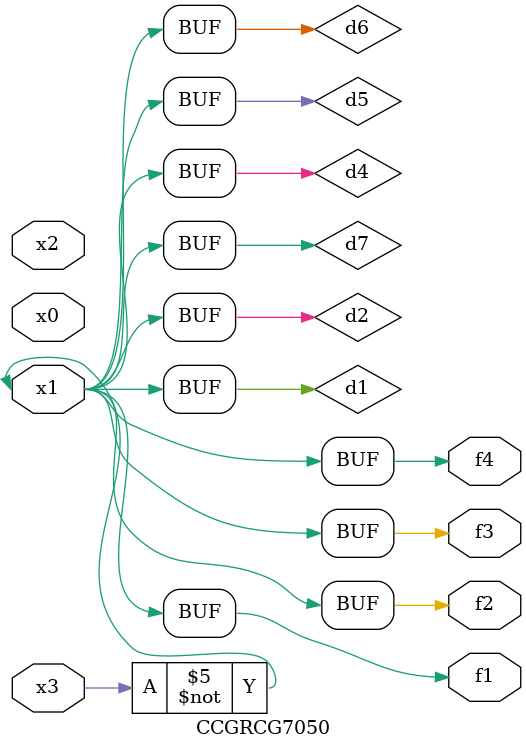
<source format=v>
module CCGRCG7050(
	input x0, x1, x2, x3,
	output f1, f2, f3, f4
);

	wire d1, d2, d3, d4, d5, d6, d7;

	not (d1, x3);
	buf (d2, x1);
	xnor (d3, d1, d2);
	nor (d4, d1);
	buf (d5, d1, d2);
	buf (d6, d4, d5);
	nand (d7, d4);
	assign f1 = d6;
	assign f2 = d7;
	assign f3 = d6;
	assign f4 = d6;
endmodule

</source>
